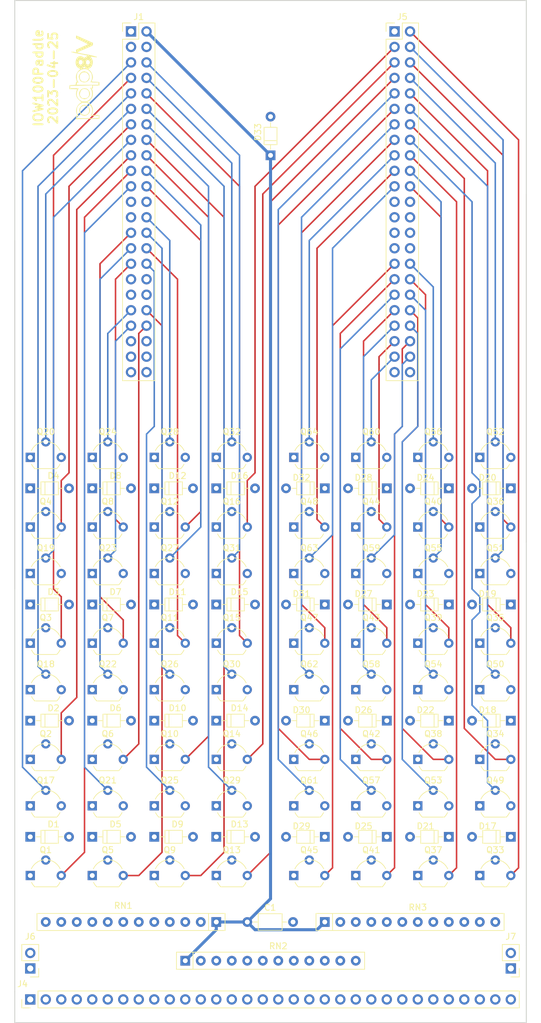
<source format=kicad_pcb>
(kicad_pcb (version 20221018) (generator pcbnew)
  (layers (0 "F.Cu" signal) (1 "In1.Cu" power) (2 "In2.Cu" power) (31 "B.Cu" signal) (34 "B.Paste" user) (35 "F.Paste" user) (36 "B.SilkS" user "B.Silkscreen") (37 "F.SilkS" user "F.Silkscreen") (38 "B.Mask" user) (39 "F.Mask" user) (44 "Edge.Cuts" user))
  (net 0 "")
  (net 1 "GND")
  (net 2 "/PIN01")
  (net 3 "/PIN02")
  (net 4 "/PIN03")
  (net 5 "/PIN04")
  (net 6 "/PIN05")
  (net 7 "/PIN06")
  (net 8 "/PIN07")
  (net 9 "/PIN08")
  (net 10 "/PIN09")
  (net 11 "/PIN10")
  (net 12 "/PIN11")
  (net 13 "/PIN12")
  (net 14 "/PIN13")
  (net 15 "/PIN14")
  (net 16 "/PIN15")
  (net 17 "/PIN16")
  (net 18 "/PIN32")
  (net 19 "/PIN31")
  (net 20 "/PIN30")
  (net 21 "/PIN29")
  (net 22 "/PIN28")
  (net 23 "/PIN27")
  (net 24 "/PIN26")
  (net 25 "/PIN25")
  (net 26 "/PIN24")
  (net 27 "/PIN23")
  (net 28 "/PIN22")
  (net 29 "/PIN21")
  (net 30 "/PIN20")
  (net 31 "/PIN19")
  (net 32 "/PIN18")
  (net 33 "/PIN17")
  (net 34 "/IN01")
  (net 35 "/IN16")
  (net 36 "/IN02")
  (net 37 "/IN15")
  (net 38 "/IN03")
  (net 39 "/IN14")
  (net 40 "/IN04")
  (net 41 "/IN13")
  (net 42 "/IN05")
  (net 43 "/IN12")
  (net 44 "/IN06")
  (net 45 "/IN11")
  (net 46 "/IN07")
  (net 47 "/IN10")
  (net 48 "/IN08")
  (net 49 "/IN09")
  (net 50 "/IN17")
  (net 51 "/IN32")
  (net 52 "/IN18")
  (net 53 "/IN31")
  (net 54 "/IN19")
  (net 55 "/IN30")
  (net 56 "/IN20")
  (net 57 "/IN29")
  (net 58 "/IN21")
  (net 59 "/IN28")
  (net 60 "/IN22")
  (net 61 "/IN27")
  (net 62 "/IN23")
  (net 63 "/IN26")
  (net 64 "/IN24")
  (net 65 "/IN25")
  (net 66 "/OUT01")
  (net 67 "/OUT02")
  (net 68 "/OUT03")
  (net 69 "/OUT04")
  (net 70 "/OUT05")
  (net 71 "/OUT06")
  (net 72 "/OUT07")
  (net 73 "/OUT08")
  (net 74 "/OUT09")
  (net 75 "/OUT10")
  (net 76 "/OUT11")
  (net 77 "/OUT12")
  (net 78 "/OUT13")
  (net 79 "/OUT14")
  (net 80 "/OUT15")
  (net 81 "/OUT16")
  (net 82 "/OUT32")
  (net 83 "/OUT31")
  (net 84 "/OUT30")
  (net 85 "/OUT29")
  (net 86 "/OUT28")
  (net 87 "/OUT27")
  (net 88 "/OUT26")
  (net 89 "/OUT25")
  (net 90 "/OUT24")
  (net 91 "/OUT23")
  (net 92 "/OUT22")
  (net 93 "/OUT21")
  (net 94 "/OUT20")
  (net 95 "/OUT19")
  (net 96 "/OUT18")
  (net 97 "/OUT17")
  (net 98 "+3V3")
  (net 99 "+5V")
  (net 100 "Net-(J1-Pad3)")
  (net 101 "Net-(J1-Pad23)")
  (net 102 "Net-(J1-Pad24)")
  (net 103 "Net-(J1-Pad33)")
  (net 104 "Net-(J1-Pad34)")
  (net 105 "Net-(J1-Pad35)")
  (net 106 "Net-(J1-Pad36)")
  (net 107 "Net-(J1-Pad41)")
  (net 108 "Net-(J1-Pad42)")
  (net 109 "Net-(J5-Pad1)")
  (net 110 "Net-(J5-Pad23)")
  (net 111 "Net-(J5-Pad24)")
  (net 112 "Net-(J5-Pad25)")
  (net 113 "Net-(J5-Pad26)")
  (net 114 "Net-(J5-Pad27)")
  (net 115 "Net-(J5-Pad28)")
  (net 116 "Net-(J5-Pad29)")
  (net 117 "Net-(J5-Pad30)")
  (net 118 "Net-(J1-Pad25)")
  (net 119 "Net-(J1-Pad43)")
  (net 120 "Net-(J1-Pad44)")
  (footprint "Pin_Headers:Pin_Header_Straight_1x32_Pitch2.54mm" (layer "F.Cu") (at 2.54 163.83 90)
    (fp_text reference "J4")
    (fp_text value "CONN_01X32")
  )
  (footprint "Pin_Headers:Pin_Header_Straight_1x02_Pitch2.54mm" (layer "F.Cu") (at 2.54 158.75 180)
    (fp_text reference "J6")
    (fp_text value "CONN_01X02")
  )
  (footprint "Pin_Headers:Pin_Header_Straight_1x02_Pitch2.54mm" (layer "F.Cu") (at 81.28 158.75 180)
    (fp_text reference "J7")
    (fp_text value "CONN_01X02")
  )
  (footprint "myfoots:D_DO-35_SOD27_P6.35mm_Horizontal" (layer "F.Cu") (at 2.54 137.16)
    (fp_text reference "D1")
    (fp_text value "9.1V")
  )
  (footprint "myfoots:D_DO-35_SOD27_P6.35mm_Horizontal" (layer "F.Cu") (at 2.54 118.11)
    (fp_text reference "D2")
    (fp_text value "9.1V")
  )
  (footprint "myfoots:D_DO-35_SOD27_P6.35mm_Horizontal" (layer "F.Cu") (at 2.54 99.06)
    (fp_text reference "D3")
    (fp_text value "9.1V")
  )
  (footprint "myfoots:D_DO-35_SOD27_P6.35mm_Horizontal" (layer "F.Cu") (at 2.54 80.01)
    (fp_text reference "D4")
    (fp_text value "9.1V")
  )
  (footprint "myfoots:D_DO-35_SOD27_P6.35mm_Horizontal" (layer "F.Cu") (at 12.7 137.16)
    (fp_text reference "D5")
    (fp_text value "9.1V")
  )
  (footprint "myfoots:D_DO-35_SOD27_P6.35mm_Horizontal" (layer "F.Cu") (at 12.7 118.11)
    (fp_text reference "D6")
    (fp_text value "9.1V")
  )
  (footprint "myfoots:D_DO-35_SOD27_P6.35mm_Horizontal" (layer "F.Cu") (at 12.7 99.06)
    (fp_text reference "D7")
    (fp_text value "9.1V")
  )
  (footprint "myfoots:D_DO-35_SOD27_P6.35mm_Horizontal" (layer "F.Cu") (at 12.7 80.01)
    (fp_text reference "D8")
    (fp_text value "9.1V")
  )
  (footprint "myfoots:D_DO-35_SOD27_P6.35mm_Horizontal" (layer "F.Cu") (at 22.86 137.16)
    (fp_text reference "D9")
    (fp_text value "9.1V")
  )
  (footprint "myfoots:D_DO-35_SOD27_P6.35mm_Horizontal" (layer "F.Cu") (at 22.86 118.11)
    (fp_text reference "D10")
    (fp_text value "9.1V")
  )
  (footprint "myfoots:D_DO-35_SOD27_P6.35mm_Horizontal" (layer "F.Cu") (at 22.86 99.06)
    (fp_text reference "D11")
    (fp_text value "9.1V")
  )
  (footprint "myfoots:D_DO-35_SOD27_P6.35mm_Horizontal" (layer "F.Cu") (at 22.86 80.01)
    (fp_text reference "D12")
    (fp_text value "9.1V")
  )
  (footprint "myfoots:D_DO-35_SOD27_P6.35mm_Horizontal" (layer "F.Cu") (at 33.02 137.16)
    (fp_text reference "D13")
    (fp_text value "9.1V")
  )
  (footprint "myfoots:D_DO-35_SOD27_P6.35mm_Horizontal" (layer "F.Cu") (at 33.02 118.11)
    (fp_text reference "D14")
    (fp_text value "9.1V")
  )
  (footprint "myfoots:D_DO-35_SOD27_P6.35mm_Horizontal" (layer "F.Cu") (at 33.02 99.06)
    (fp_text reference "D15")
    (fp_text value "9.1V")
  )
  (footprint "myfoots:D_DO-35_SOD27_P6.35mm_Horizontal" (layer "F.Cu") (at 33.02 80.01)
    (fp_text reference "D16")
    (fp_text value "9.1V")
  )
  (footprint "myfoots:D_DO-35_SOD27_P6.35mm_Horizontal" (layer "F.Cu") (at 81.28 137.16 180)
    (fp_text reference "D17")
    (fp_text value "9.1V")
  )
  (footprint "myfoots:D_DO-35_SOD27_P6.35mm_Horizontal" (layer "F.Cu") (at 81.28 118.11 180)
    (fp_text reference "D18")
    (fp_text value "9.1V")
  )
  (footprint "myfoots:D_DO-35_SOD27_P6.35mm_Horizontal" (layer "F.Cu") (at 81.28 99.06 180)
    (fp_text reference "D19")
    (fp_text value "9.1V")
  )
  (footprint "myfoots:D_DO-35_SOD27_P6.35mm_Horizontal" (layer "F.Cu") (at 81.28 80.01 180)
    (fp_text reference "D20")
    (fp_text value "9.1V")
  )
  (footprint "myfoots:D_DO-35_SOD27_P6.35mm_Horizontal" (layer "F.Cu") (at 71.12 137.16 180)
    (fp_text reference "D21")
    (fp_text value "9.1V")
  )
  (footprint "myfoots:D_DO-35_SOD27_P6.35mm_Horizontal" (layer "F.Cu") (at 71.12 118.11 180)
    (fp_text reference "D22")
    (fp_text value "9.1V")
  )
  (footprint "myfoots:D_DO-35_SOD27_P6.35mm_Horizontal" (layer "F.Cu") (at 71.12 99.06 180)
    (fp_text reference "D23")
    (fp_text value "9.1V")
  )
  (footprint "myfoots:D_DO-35_SOD27_P6.35mm_Horizontal" (layer "F.Cu") (at 71.12 80.01 180)
    (fp_text reference "D24")
    (fp_text value "9.1V")
  )
  (footprint "myfoots:D_DO-35_SOD27_P6.35mm_Horizontal" (layer "F.Cu") (at 60.96 137.16 180)
    (fp_text reference "D25")
    (fp_text value "9.1V")
  )
  (footprint "myfoots:D_DO-35_SOD27_P6.35mm_Horizontal" (layer "F.Cu") (at 60.96 118.11 180)
    (fp_text reference "D26")
    (fp_text value "9.1V")
  )
  (footprint "myfoots:D_DO-35_SOD27_P6.35mm_Horizontal" (layer "F.Cu") (at 60.96 99.06 180)
    (fp_text reference "D27")
    (fp_text value "9.1V")
  )
  (footprint "myfoots:D_DO-35_SOD27_P6.35mm_Horizontal" (layer "F.Cu") (at 60.96 80.01 180)
    (fp_text reference "D28")
    (fp_text value "9.1V")
  )
  (footprint "myfoots:D_DO-35_SOD27_P6.35mm_Horizontal" (layer "F.Cu") (at 50.8 137.16 180)
    (fp_text reference "D29")
    (fp_text value "9.1V")
  )
  (footprint "myfoots:D_DO-35_SOD27_P6.35mm_Horizontal" (layer "F.Cu") (at 50.8 118.11 180)
    (fp_text reference "D30")
    (fp_text value "9.1V")
  )
  (footprint "myfoots:D_DO-35_SOD27_P6.35mm_Horizontal" (layer "F.Cu") (at 50.8 99.06 180)
    (fp_text reference "D31")
    (fp_text value "9.1V")
  )
  (footprint "myfoots:D_DO-35_SOD27_P6.35mm_Horizontal" (layer "F.Cu") (at 50.8 80.01 180)
    (fp_text reference "D32")
    (fp_text value "9.1V")
  )
  (footprint "TO_SOT_Packages_THT:TO-92_Molded_Wide" (layer "F.Cu") (at 2.54 143.51)
    (fp_text reference "Q1")
    (fp_text value "2N7000")
  )
  (footprint "TO_SOT_Packages_THT:TO-92_Molded_Wide" (layer "F.Cu") (at 2.54 124.46)
    (fp_text reference "Q2")
    (fp_text value "2N7000")
  )
  (footprint "TO_SOT_Packages_THT:TO-92_Molded_Wide" (layer "F.Cu") (at 2.54 105.41)
    (fp_text reference "Q3")
    (fp_text value "2N7000")
  )
  (footprint "TO_SOT_Packages_THT:TO-92_Molded_Wide" (layer "F.Cu") (at 2.54 86.36)
    (fp_text reference "Q4")
    (fp_text value "2N7000")
  )
  (footprint "TO_SOT_Packages_THT:TO-92_Molded_Wide" (layer "F.Cu") (at 12.7 143.51)
    (fp_text reference "Q5")
    (fp_text value "2N7000")
  )
  (footprint "TO_SOT_Packages_THT:TO-92_Molded_Wide" (layer "F.Cu") (at 12.7 124.46)
    (fp_text reference "Q6")
    (fp_text value "2N7000")
  )
  (footprint "TO_SOT_Packages_THT:TO-92_Molded_Wide" (layer "F.Cu") (at 12.7 105.41)
    (fp_text reference "Q7")
    (fp_text value "2N7000")
  )
  (footprint "TO_SOT_Packages_THT:TO-92_Molded_Wide" (layer "F.Cu") (at 12.7 86.36)
    (fp_text reference "Q8")
    (fp_text value "2N7000")
  )
  (footprint "TO_SOT_Packages_THT:TO-92_Molded_Wide" (layer "F.Cu") (at 22.86 143.51)
    (fp_text reference "Q9")
    (fp_text value "2N7000")
  )
  (footprint "TO_SOT_Packages_THT:TO-92_Molded_Wide" (layer "F.Cu") (at 22.86 124.46)
    (fp_text reference "Q10")
    (fp_text value "2N7000")
  )
  (footprint "TO_SOT_Packages_THT:TO-92_Molded_Wide" (layer "F.Cu") (at 22.86 105.41)
    (fp_text reference "Q11")
    (fp_text value "2N7000")
  )
  (footprint "TO_SOT_Packages_THT:TO-92_Molded_Wide" (layer "F.Cu") (at 22.86 86.36)
    (fp_text reference "Q12")
    (fp_text value "2N7000")
  )
  (footprint "TO_SOT_Packages_THT:TO-92_Molded_Wide" (layer "F.Cu") (at 33.02 143.51)
    (fp_text reference "Q13")
    (fp_text value "2N7000")
  )
  (footprint "TO_SOT_Packages_THT:TO-92_Molded_Wide" (layer "F.Cu") (at 33.02 124.46)
    (fp_text reference "Q14")
    (fp_text value "2N7000")
  )
  (footprint "TO_SOT_Packages_THT:TO-92_Molded_Wide" (layer "F.Cu") (at 33.02 105.41)
    (fp_text reference "Q15")
    (fp_text value "2N7000")
  )
  (footprint "TO_SOT_Packages_THT:TO-92_Molded_Wide" (layer "F.Cu") (at 33.02 86.36)
    (fp_text reference "Q16")
    (fp_text value "2N7000")
  )
  (footprint "TO_SOT_Packages_THT:TO-92_Molded_Wide" (layer "F.Cu") (at 2.54 132.08)
    (fp_text reference "Q17")
    (fp_text value "2N3904")
  )
  (footprint "TO_SOT_Packages_THT:TO-92_Molded_Wide" (layer "F.Cu") (at 2.54 113.03)
    (fp_text reference "Q18")
    (fp_text value "2N3904")
  )
  (footprint "TO_SOT_Packages_THT:TO-92_Molded_Wide" (layer "F.Cu") (at 2.54 93.98)
    (fp_text reference "Q19")
    (fp_text value "2N3904")
  )
  (footprint "TO_SOT_Packages_THT:TO-92_Molded_Wide" (layer "F.Cu") (at 2.54 74.93)
    (fp_text reference "Q20")
    (fp_text value "2N3904")
  )
  (footprint "TO_SOT_Packages_THT:TO-92_Molded_Wide" (layer "F.Cu") (at 12.7 132.08)
    (fp_text reference "Q21")
    (fp_text value "2N3904")
  )
  (footprint "TO_SOT_Packages_THT:TO-92_Molded_Wide" (layer "F.Cu") (at 12.7 113.03)
    (fp_text reference "Q22")
    (fp_text value "2N3904")
  )
  (footprint "TO_SOT_Packages_THT:TO-92_Molded_Wide" (layer "F.Cu") (at 12.7 93.98)
    (fp_text reference "Q23")
    (fp_text value "2N3904")
  )
  (footprint "TO_SOT_Packages_THT:TO-92_Molded_Wide" (layer "F.Cu") (at 12.7 74.93)
    (fp_text reference "Q24")
    (fp_text value "2N3904")
  )
  (footprint "TO_SOT_Packages_THT:TO-92_Molded_Wide" (layer "F.Cu") (at 22.86 132.08)
    (fp_text reference "Q25")
    (fp_text value "2N3904")
  )
  (footprint "TO_SOT_Packages_THT:TO-92_Molded_Wide" (layer "F.Cu") (at 22.86 113.03)
    (fp_text reference "Q26")
    (fp_text value "2N3904")
  )
  (footprint "TO_SOT_Packages_THT:TO-92_Molded_Wide" (layer "F.Cu") (at 22.86 93.98)
    (fp_text reference "Q27")
    (fp_text value "2N3904")
  )
  (footprint "TO_SOT_Packages_THT:TO-92_Molded_Wide" (layer "F.Cu") (at 22.86 74.93)
    (fp_text reference "Q28")
    (fp_text value "2N3904")
  )
  (footprint "TO_SOT_Packages_THT:TO-92_Molded_Wide" (layer "F.Cu") (at 33.02 132.08)
    (fp_text reference "Q29")
    (fp_text value "2N3904")
  )
  (footprint "TO_SOT_Packages_THT:TO-92_Molded_Wide" (layer "F.Cu") (at 33.02 113.03)
    (fp_text reference "Q30")
    (fp_text value "2N3904")
  )
  (footprint "TO_SOT_Packages_THT:TO-92_Molded_Wide" (layer "F.Cu") (at 33.02 93.98)
    (fp_text reference "Q31")
    (fp_text value "2N3904")
  )
  (footprint "TO_SOT_Packages_THT:TO-92_Molded_Wide" (layer "F.Cu") (at 33.02 74.93)
    (fp_text reference "Q32")
    (fp_text value "2N3904")
  )
  (footprint "TO_SOT_Packages_THT:TO-92_Molded_Wide" (layer "F.Cu") (at 76.2 143.51)
    (fp_text reference "Q33")
    (fp_text value "2N7000")
  )
  (footprint "TO_SOT_Packages_THT:TO-92_Molded_Wide" (layer "F.Cu") (at 76.2 124.46)
    (fp_text reference "Q34")
    (fp_text value "2N7000")
  )
  (footprint "TO_SOT_Packages_THT:TO-92_Molded_Wide" (layer "F.Cu") (at 76.2 105.41)
    (fp_text reference "Q35")
    (fp_text value "2N7000")
  )
  (footprint "TO_SOT_Packages_THT:TO-92_Molded_Wide" (layer "F.Cu") (at 76.2 86.36)
    (fp_text reference "Q36")
    (fp_text value "2N7000")
  )
  (footprint "TO_SOT_Packages_THT:TO-92_Molded_Wide" (layer "F.Cu") (at 66.04 143.51)
    (fp_text reference "Q37")
    (fp_text value "2N7000")
  )
  (footprint "TO_SOT_Packages_THT:TO-92_Molded_Wide" (layer "F.Cu") (at 66.04 124.46)
    (fp_text reference "Q38")
    (fp_text value "2N7000")
  )
  (footprint "TO_SOT_Packages_THT:TO-92_Molded_Wide" (layer "F.Cu") (at 66.04 105.41)
    (fp_text reference "Q39")
    (fp_text value "2N7000")
  )
  (footprint "TO_SOT_Packages_THT:TO-92_Molded_Wide" (layer "F.Cu") (at 66.04 86.36)
    (fp_text reference "Q40")
    (fp_text value "2N7000")
  )
  (footprint "TO_SOT_Packages_THT:TO-92_Molded_Wide" (layer "F.Cu") (at 55.88 143.51)
    (fp_text reference "Q41")
    (fp_text value "2N7000")
  )
  (footprint "TO_SOT_Packages_THT:TO-92_Molded_Wide" (layer "F.Cu") (at 55.88 124.46)
    (fp_text reference "Q42")
    (fp_text value "2N7000")
  )
  (footprint "TO_SOT_Packages_THT:TO-92_Molded_Wide" (layer "F.Cu") (at 55.88 105.41)
    (fp_text reference "Q43")
    (fp_text value "2N7000")
  )
  (footprint "TO_SOT_Packages_THT:TO-92_Molded_Wide" (layer "F.Cu") (at 55.88 86.36)
    (fp_text reference "Q44")
    (fp_text value "2N7000")
  )
  (footprint "TO_SOT_Packages_THT:TO-92_Molded_Wide" (layer "F.Cu") (at 45.72 143.51)
    (fp_text reference "Q45")
    (fp_text value "2N7000")
  )
  (footprint "TO_SOT_Packages_THT:TO-92_Molded_Wide" (layer "F.Cu") (at 45.72 124.46)
    (fp_text reference "Q46")
    (fp_text value "2N7000")
  )
  (footprint "TO_SOT_Packages_THT:TO-92_Molded_Wide" (layer "F.Cu") (at 45.72 105.41)
    (fp_text reference "Q47")
    (fp_text value "2N7000")
  )
  (footprint "TO_SOT_Packages_THT:TO-92_Molded_Wide" (layer "F.Cu") (at 45.72 86.36)
    (fp_text reference "Q48")
    (fp_text value "2N7000")
  )
  (footprint "TO_SOT_Packages_THT:TO-92_Molded_Wide" (layer "F.Cu") (at 76.2 132.08)
    (fp_text reference "Q49")
    (fp_text value "2N3904")
  )
  (footprint "TO_SOT_Packages_THT:TO-92_Molded_Wide" (layer "F.Cu") (at 76.2 113.03)
    (fp_text reference "Q50")
    (fp_text value "2N3904")
  )
  (footprint "TO_SOT_Packages_THT:TO-92_Molded_Wide" (layer "F.Cu") (at 76.2 93.98)
    (fp_text reference "Q51")
    (fp_text value "2N3904")
  )
  (footprint "TO_SOT_Packages_THT:TO-92_Molded_Wide" (layer "F.Cu") (at 76.2 74.93)
    (fp_text reference "Q52")
    (fp_text value "2N3904")
  )
  (footprint "TO_SOT_Packages_THT:TO-92_Molded_Wide" (layer "F.Cu") (at 66.04 132.08)
    (fp_text reference "Q53")
    (fp_text value "2N3904")
  )
  (footprint "TO_SOT_Packages_THT:TO-92_Molded_Wide" (layer "F.Cu") (at 66.04 113.03)
    (fp_text reference "Q54")
    (fp_text value "2N3904")
  )
  (footprint "TO_SOT_Packages_THT:TO-92_Molded_Wide" (layer "F.Cu") (at 66.04 93.98)
    (fp_text reference "Q55")
    (fp_text value "2N3904")
  )
  (footprint "TO_SOT_Packages_THT:TO-92_Molded_Wide" (layer "F.Cu") (at 66.04 74.93)
    (fp_text reference "Q56")
    (fp_text value "2N3904")
  )
  (footprint "TO_SOT_Packages_THT:TO-92_Molded_Wide" (layer "F.Cu") (at 55.88 132.08)
    (fp_text reference "Q57")
    (fp_text value "2N3904")
  )
  (footprint "TO_SOT_Packages_THT:TO-92_Molded_Wide" (layer "F.Cu") (at 55.88 113.03)
    (fp_text reference "Q58")
    (fp_text value "2N3904")
  )
  (footprint "TO_SOT_Packages_THT:TO-92_Molded_Wide" (layer "F.Cu") (at 55.88 93.98)
    (fp_text reference "Q59")
    (fp_text value "2N3904")
  )
  (footprint "TO_SOT_Packages_THT:TO-92_Molded_Wide" (layer "F.Cu") (at 55.88 74.93)
    (fp_text reference "Q60")
    (fp_text value "2N3904")
  )
  (footprint "TO_SOT_Packages_THT:TO-92_Molded_Wide" (layer "F.Cu") (at 45.72 132.08)
    (fp_text reference "Q61")
    (fp_text value "2N3904")
  )
  (footprint "TO_SOT_Packages_THT:TO-92_Molded_Wide" (layer "F.Cu") (at 45.72 113.03)
    (fp_text reference "Q62")
    (fp_text value "2N3904")
  )
  (footprint "TO_SOT_Packages_THT:TO-92_Molded_Wide" (layer "F.Cu") (at 45.72 93.98)
    (fp_text reference "Q63")
    (fp_text value "2N3904")
  )
  (footprint "TO_SOT_Packages_THT:TO-92_Molded_Wide" (layer "F.Cu") (at 45.72 74.93)
    (fp_text reference "Q64")
    (fp_text value "2N3904")
  )
  (footprint "Resistors_THT:R_Array_SIP12" (layer "F.Cu") (at 33.02 151.13 180)
    (fp_text reference "RN1")
    (fp_text value "100Kx11")
  )
  (footprint "Resistors_THT:R_Array_SIP12" (layer "F.Cu") (at 27.94 157.48)
    (fp_text reference "RN2")
    (fp_text value "100Kx11")
  )
  (footprint "Resistors_THT:R_Array_SIP12" (layer "F.Cu") (at 50.8 151.13)
    (fp_text reference "RN3")
    (fp_text value "100Kx11")
  )
  (footprint "Pin_Headers:Pin_Header_Straight_2x23_Pitch2.54mm" (layer "F.Cu") (at 19.05 5.08)
    (fp_text reference "J1")
    (fp_text value "CONN_02X23")
  )
  (footprint "Pin_Headers:Pin_Header_Straight_2x23_Pitch2.54mm" (layer "F.Cu") (at 62.23 5.08)
    (fp_text reference "J5")
    (fp_text value "CONN_02X23")
  )
  (footprint "Capacitors_THT:C_Axial_L3.8mm_D2.6mm_P7.50mm_Horizontal" (layer "F.Cu") (at 38.1 151.13)
    (fp_text reference "C1")
    (fp_text value "0.1u")
  )
  (footprint "myfoots:D_DO-35_SOD27_P6.35mm_Horizontal" (layer "F.Cu") (at 41.91 25.4 90)
    (fp_text reference "D33")
    (fp_text value "5.6V")
  )
  (footprint "LOGO" (layer "F.Cu") (at 11.43 12.7 90)
    (fp_text reference "G***" hide)
    (fp_text value "LOGO" hide)
  )
  (gr_line (start 83.82 162.56) (end 83.82 167.64) (stroke (width 0.15)) (layer "Edge.Cuts"))
  (gr_line (start 0 162.56) (end 0 167.64) (stroke (width 0.15)) (layer "Edge.Cuts"))
  (gr_line (start 83.82 31.75) (end 83.82 154.94) (stroke (width 0.15)) (layer "Edge.Cuts"))
  (gr_line (start 83.82 88.9) (end 83.82 0) (stroke (width 0.15)) (layer "Edge.Cuts"))
  (gr_line (start 0 39.37) (end 0 162.56) (stroke (width 0.15)) (layer "Edge.Cuts"))
  (gr_line (start 0 0) (end 83.82 0) (stroke (width 0.15)) (layer "Edge.Cuts"))
  (gr_line (start 83.82 154.94) (end 83.82 162.56) (stroke (width 0.15)) (layer "Edge.Cuts"))
  (gr_line (start 83.82 167.64) (end 0 167.64) (stroke (width 0.15)) (layer "Edge.Cuts"))
  (gr_line (start 0 96.52) (end 0 0) (stroke (width 0.15)) (layer "Edge.Cuts"))
  (gr_text "IOW100Paddle\n2023-04-25" (at 5.08 12.7 90) (layer "F.SilkS") (effects (font (size 1.5 1.5) (thickness 0.3))))
  (segment (start 11.43 139.7) (end 11.43 35.56) (width 0.25) (layer "F.Cu") (net 34))
  (segment (start 11.43 35.56) (end 19.05 27.94) (width 0.25) (layer "F.Cu") (net 34))
  (segment (start 7.62 143.51) (end 11.43 139.7) (width 0.25) (layer "F.Cu") (net 34))
  (segment (start 38.1 78.74) (end 39.37 77.47) (width 0.25) (layer "F.Cu") (net 35))
  (segment (start 39.37 77.47) (end 39.37 30.48) (width 0.25) (layer "F.Cu") (net 35))
  (segment (start 39.37 30.48) (end 62.23 7.62) (width 0.25) (layer "F.Cu") (net 35))
  (segment (start 38.1 86.36) (end 38.1 78.74) (width 0.25) (layer "F.Cu") (net 35))
  (segment (start 7.62 116.84) (end 10.16 114.3) (width 0.25) (layer "F.Cu") (net 36))
  (segment (start 10.16 114.3) (end 10.16 34.29) (width 0.25) (layer "F.Cu") (net 36))
  (segment (start 10.16 34.29) (end 19.05 25.4) (width 0.25) (layer "F.Cu") (net 36))
  (segment (start 7.62 124.46) (end 7.62 116.84) (width 0.25) (layer "F.Cu") (net 36))
  (segment (start 36.83 30.48) (end 36.83 104.14) (width 0.25) (layer "F.Cu") (net 37))
  (segment (start 36.83 104.14) (end 38.1 105.41) (width 0.25) (layer "F.Cu") (net 37))
  (segment (start 21.59 15.24) (end 36.83 30.48) (width 0.25) (layer "F.Cu") (net 37))
  (segment (start 8.89 22.86) (end 19.05 12.7) (width 0.25) (layer "F.Cu") (net 38))
  (segment (start 6.35 96.52) (end 6.35 25.4) (width 0.25) (layer "F.Cu") (net 38))
  (segment (start 6.35 25.4) (end 8.89 22.86) (width 0.25) (layer "F.Cu") (net 38))
  (segment (start 7.62 105.41) (end 7.62 97.79) (width 0.25) (layer "F.Cu") (net 38))
  (segment (start 7.62 97.79) (end 6.35 96.52) (width 0.25) (layer "F.Cu") (net 38))
  (segment (start 40.64 121.92) (end 40.64 31.75) (width 0.25) (layer "F.Cu") (net 39))
  (segment (start 40.64 31.75) (end 62.23 10.16) (width 0.25) (layer "F.Cu") (net 39))
  (segment (start 38.1 124.46) (end 40.64 121.92) (width 0.25) (layer "F.Cu") (net 39))
  (segment (start 7.62 78.74) (end 8.89 77.47) (width 0.25) (layer "F.Cu") (net 40))
  (segment (start 8.89 77.47) (end 8.89 30.48) (width 0.25) (layer "F.Cu") (net 40))
  (segment (start 8.89 30.48) (end 19.05 20.32) (width 0.25) (layer "F.Cu") (net 40))
  (segment (start 7.62 86.36) (end 7.62 78.74) (width 0.25) (layer "F.Cu") (net 40))
  (segment (start 41.91 139.7) (end 41.91 33.02) (width 0.25) (layer "F.Cu") (net 41))
  (segment (start 41.91 33.02) (end 62.23 12.7) (width 0.25) (layer "F.Cu") (net 41))
  (segment (start 38.1 143.51) (end 41.91 139.7) (width 0.25) (layer "F.Cu") (net 41))
  (segment (start 24.13 55.88) (end 24.13 139.7) (width 0.25) (layer "F.Cu") (net 42))
  (segment (start 24.13 139.7) (end 20.32 143.51) (width 0.25) (layer "F.Cu") (net 42))
  (segment (start 20.32 143.51) (end 17.78 143.51) (width 0.25) (layer "F.Cu") (net 42))
  (segment (start 24.13 53.34) (end 24.13 55.88) (width 0.25) (layer "F.Cu") (net 42))
  (segment (start 21.59 50.8) (end 24.13 53.34) (width 0.25) (layer "F.Cu") (net 42))
  (segment (start 30.48 39.37) (end 30.48 83.82) (width 0.25) (layer "F.Cu") (net 43))
  (segment (start 30.48 83.82) (end 27.94 86.36) (width 0.25) (layer "F.Cu") (net 43))
  (segment (start 21.59 30.48) (end 30.48 39.37) (width 0.25) (layer "F.Cu") (net 43))
  (segment (start 20.32 97.79) (end 20.32 100.33) (width 0.25) (layer "F.Cu") (net 44))
  (segment (start 20.32 100.33) (end 20.32 121.92) (width 0.25) (layer "F.Cu") (net 44))
  (segment (start 20.32 121.92) (end 17.78 124.46) (width 0.25) (layer "F.Cu") (net 44))
  (segment (start 20.32 54.61) (end 20.32 72.39) (width 0.25) (layer "F.Cu") (net 44))
  (segment (start 20.32 97.79) (end 20.32 72.39) (width 0.25) (layer "F.Cu") (net 44))
  (segment (start 21.59 53.34) (end 20.32 54.61) (width 0.25) (layer "F.Cu") (net 44))
  (segment (start 26.67 48.26) (end 26.67 104.14) (width 0.25) (layer "F.Cu") (net 45))
  (segment (start 26.67 104.14) (end 27.94 105.41) (width 0.25) (layer "F.Cu") (net 45))
  (segment (start 26.67 45.72) (end 26.67 48.26) (width 0.25) (layer "F.Cu") (net 45))
  (segment (start 21.59 40.64) (end 26.67 45.72) (width 0.25) (layer "F.Cu") (net 45))
  (segment (start 13.97 97.79) (end 17.78 101.6) (width 0.25) (layer "F.Cu") (net 46))
  (segment (start 17.78 101.6) (end 17.78 105.41) (width 0.25) (layer "F.Cu") (net 46))
  (segment (start 13.97 43.18) (end 13.97 97.79) (width 0.25) (layer "F.Cu") (net 46))
  (segment (start 19.05 38.1) (end 13.97 43.18) (width 0.25) (layer "F.Cu") (net 46))
  (segment (start 31.75 35.56) (end 31.75 120.65) (width 0.25) (layer "F.Cu") (net 47))
  (segment (start 31.75 120.65) (end 27.94 124.46) (width 0.25) (layer "F.Cu") (net 47))
  (segment (start 21.59 25.4) (end 31.75 35.56) (width 0.25) (layer "F.Cu") (net 47))
  (segment (start 16.51 85.09) (end 17.78 86.36) (width 0.25) (layer "F.Cu") (net 48))
  (segment (start 16.51 45.72) (end 16.51 85.09) (width 0.25) (layer "F.Cu") (net 48))
  (segment (start 19.05 43.18) (end 16.51 45.72) (width 0.25) (layer "F.Cu") (net 48))
  (segment (start 34.29 35.56) (end 34.29 139.7) (width 0.25) (layer "F.Cu") (net 49))
  (segment (start 34.29 139.7) (end 30.48 143.51) (width 0.25) (layer "F.Cu") (net 49))
  (segment (start 30.48 143.51) (end 27.94 143.51) (width 0.25) (layer "F.Cu") (net 49))
  (segment (start 21.59 22.86) (end 34.29 35.56) (width 0.25) (layer "F.Cu") (net 49))
  (segment (start 49.53 40.64) (end 49.53 85.09) (width 0.25) (layer "F.Cu") (net 50))
  (segment (start 49.53 85.09) (end 50.8 86.36) (width 0.25) (layer "F.Cu") (net 50))
  (segment (start 62.23 27.94) (end 49.53 40.64) (width 0.25) (layer "F.Cu") (net 50))
  (segment (start 82.55 142.24) (end 82.55 22.86) (width 0.25) (layer "F.Cu") (net 51))
  (segment (start 82.55 22.86) (end 64.77 5.08) (width 0.25) (layer "F.Cu") (net 51))
  (segment (start 81.28 143.51) (end 82.55 142.24) (width 0.25) (layer "F.Cu") (net 51))
  (segment (start 46.99 38.1) (end 46.99 99.06) (width 0.25) (layer "F.Cu") (net 52))
  (segment (start 46.99 99.06) (end 50.8 102.87) (width 0.25) (layer "F.Cu") (net 52))
  (segment (start 50.8 102.87) (end 50.8 105.41) (width 0.25) (layer "F.Cu") (net 52))
  (segment (start 62.23 22.86) (end 46.99 38.1) (width 0.25) (layer "F.Cu") (net 52))
  (segment (start 73.66 119.38) (end 78.74 124.46) (width 0.25) (layer "F.Cu") (net 53))
  (segment (start 78.74 124.46) (end 81.28 124.46) (width 0.25) (layer "F.Cu") (net 53))
  (segment (start 64.77 20.32) (end 73.66 29.21) (width 0.25) (layer "F.Cu") (net 53))
  (segment (start 73.66 29.21) (end 73.66 119.38) (width 0.25) (layer "F.Cu") (net 53))
  (segment (start 44.45 35.56) (end 43.18 36.83) (width 0.25) (layer "F.Cu") (net 54))
  (segment (start 43.18 36.83) (end 43.18 119.38) (width 0.25) (layer "F.Cu") (net 54))
  (segment (start 43.18 119.38) (end 48.26 124.46) (width 0.25) (layer "F.Cu") (net 54))
  (segment (start 48.26 124.46) (end 50.8 124.46) (width 0.25) (layer "F.Cu") (net 54))
  (segment (start 62.23 17.78) (end 44.45 35.56) (width 0.25) (layer "F.Cu") (net 54))
  (segment (start 77.47 27.94) (end 77.47 99.06) (width 0.25) (layer "F.Cu") (net 55))
  (segment (start 77.47 99.06) (end 81.28 102.87) (width 0.25) (layer "F.Cu") (net 55))
  (segment (start 81.28 102.87) (end 81.28 105.41) (width 0.25) (layer "F.Cu") (net 55))
  (segment (start 64.77 15.24) (end 77.47 27.94) (width 0.25) (layer "F.Cu") (net 55))
  (segment (start 52.07 142.24) (end 52.07 53.34) (width 0.25) (layer "F.Cu") (net 56))
  (segment (start 52.07 53.34) (end 62.23 43.18) (width 0.25) (layer "F.Cu") (net 56))
  (segment (start 50.8 143.51) (end 52.07 142.24) (width 0.25) (layer "F.Cu") (net 56))
  (segment (start 80.01 25.4) (end 80.01 85.09) (width 0.25) (layer "F.Cu") (net 57))
  (segment (start 80.01 85.09) (end 81.28 86.36) (width 0.25) (layer "F.Cu") (net 57))
  (segment (start 64.77 10.16) (end 80.01 25.4) (width 0.25) (layer "F.Cu") (net 57))
  (segment (start 59.69 85.09) (end 59.69 59.69) (width 0.25) (layer "F.Cu") (net 58))
  (segment (start 59.69 58.42) (end 62.23 55.88) (width 0.25) (layer "F.Cu") (net 58))
  (segment (start 60.96 86.36) (end 59.69 85.09) (width 0.25) (layer "F.Cu") (net 58))
  (segment (start 59.69 59.69) (end 59.69 58.42) (width 0.25) (layer "F.Cu") (net 58))
  (segment (start 72.39 33.02) (end 72.39 142.24) (width 0.25) (layer "F.Cu") (net 59))
  (segment (start 72.39 142.24) (end 71.12 143.51) (width 0.25) (layer "F.Cu") (net 59))
  (segment (start 64.77 25.4) (end 72.39 33.02) (width 0.25) (layer "F.Cu") (net 59))
  (segment (start 60.96 102.87) (end 57.15 99.06) (width 0.25) (layer "F.Cu") (net 60))
  (segment (start 57.15 99.06) (end 57.15 60.96) (width 0.25) (layer "F.Cu") (net 60))
  (segment (start 57.15 55.88) (end 62.23 50.8) (width 0.25) (layer "F.Cu") (net 60))
  (segment (start 57.15 60.96) (end 57.15 55.88) (width 0.25) (layer "F.Cu") (net 60))
  (segment (start 60.96 105.41) (end 60.96 102.87) (width 0.25) (layer "F.Cu") (net 60))
  (segment (start 66.04 52.07) (end 66.04 62.23) (width 0.25) (layer "F.Cu") (net 61))
  (segment (start 66.04 62.23) (end 66.04 68.58) (width 0.25) (layer "F.Cu") (net 61))
  (segment (start 63.5 119.38) (end 68.58 124.46) (width 0.25) (layer "F.Cu") (net 61))
  (segment (start 68.58 124.46) (end 71.12 124.46) (width 0.25) (layer "F.Cu") (net 61))
  (segment (start 63.5 72.39) (end 63.5 119.38) (width 0.25) (layer "F.Cu") (net 61))
  (segment (start 66.04 69.85) (end 66.04 68.58) (width 0.25) (layer "F.Cu") (net 61))
  (segment (start 63.5 72.39) (end 66.04 69.85) (width 0.25) (layer "F.Cu") (net 61))
  (segment (start 64.77 50.8) (end 66.04 52.07) (width 0.25) (layer "F.Cu") (net 61))
  (segment (start 58.42 124.46) (end 53.34 119.38) (width 0.25) (layer "F.Cu") (net 62))
  (segment (start 53.34 119.38) (end 53.34 59.69) (width 0.25) (layer "F.Cu") (net 62))
  (segment (start 53.34 54.61) (end 62.23 45.72) (width 0.25) (layer "F.Cu") (net 62))
  (segment (start 53.34 59.69) (end 53.34 54.61) (width 0.25) (layer "F.Cu") (net 62))
  (segment (start 60.96 124.46) (end 58.42 124.46) (width 0.25) (layer "F.Cu") (net 62))
  (segment (start 67.31 48.26) (end 67.31 99.06) (width 0.25) (layer "F.Cu") (net 63))
  (segment (start 67.31 99.06) (end 71.12 102.87) (width 0.25) (layer "F.Cu") (net 63))
  (segment (start 71.12 102.87) (end 71.12 105.41) (width 0.25) (layer "F.Cu") (net 63))
  (segment (start 64.77 45.72) (end 67.31 48.26) (width 0.25) (layer "F.Cu") (net 63))
  (segment (start 63.5 57.15) (end 63.5 69.85) (width 0.25) (layer "F.Cu") (net 64))
  (segment (start 63.5 69.85) (end 62.23 71.12) (width 0.25) (layer "F.Cu") (net 64))
  (segment (start 62.23 71.12) (end 62.23 142.24) (width 0.25) (layer "F.Cu") (net 64))
  (segment (start 62.23 142.24) (end 60.96 143.51) (width 0.25) (layer "F.Cu") (net 64))
  (segment (start 64.77 55.88) (end 63.5 57.15) (width 0.25) (layer "F.Cu") (net 64))
  (segment (start 69.85 35.56) (end 69.85 85.09) (width 0.25) (layer "F.Cu") (net 65))
  (segment (start 69.85 85.09) (end 71.12 86.36) (width 0.25) (layer "F.Cu") (net 65))
  (segment (start 64.77 30.48) (end 69.85 35.56) (width 0.25) (layer "F.Cu") (net 65))
  (segment (start 1.27 27.94) (end 1.27 125.73) (width 0.25) (layer "B.Cu") (net 66))
  (segment (start 1.27 125.73) (end 5.08 129.54) (width 0.25) (layer "B.Cu") (net 66))
  (segment (start 19.05 10.16) (end 1.27 27.94) (width 0.25) (layer "B.Cu") (net 66))
  (segment (start 6.35 27.94) (end 19.05 15.24) (width 0.25) (layer "B.Cu") (net 67))
  (segment (start 3.81 109.22) (end 3.81 30.48) (width 0.25) (layer "B.Cu") (net 67))
  (segment (start 3.81 30.48) (end 6.35 27.94) (width 0.25) (layer "B.Cu") (net 67))
  (segment (start 5.08 110.49) (end 3.81 109.22) (width 0.25) (layer "B.Cu") (net 67))
  (segment (start 6.35 90.17) (end 6.35 35.56) (width 0.25) (layer "B.Cu") (net 68))
  (segment (start 6.35 35.56) (end 19.05 22.86) (width 0.25) (layer "B.Cu") (net 68))
  (segment (start 5.08 91.44) (end 6.35 90.17) (width 0.25) (layer "B.Cu") (net 68))
  (segment (start 5.08 31.75) (end 19.05 17.78) (width 0.25) (layer "B.Cu") (net 69))
  (segment (start 5.08 72.39) (end 5.08 31.75) (width 0.25) (layer "B.Cu") (net 69))
  (segment (start 11.43 125.73) (end 11.43 38.1) (width 0.25) (layer "B.Cu") (net 70))
  (segment (start 11.43 38.1) (end 19.05 30.48) (width 0.25) (layer "B.Cu") (net 70))
  (segment (start 15.24 129.54) (end 11.43 125.73) (width 0.25) (layer "B.Cu") (net 70))
  (segment (start 13.97 109.22) (end 15.24 110.49) (width 0.25) (layer "B.Cu") (net 71))
  (segment (start 13.97 45.72) (end 13.97 109.22) (width 0.25) (layer "B.Cu") (net 71))
  (segment (start 19.05 40.64) (end 13.97 45.72) (width 0.25) (layer "B.Cu") (net 71))
  (segment (start 16.51 90.17) (end 15.24 91.44) (width 0.25) (layer "B.Cu") (net 72))
  (segment (start 16.51 55.88) (end 16.51 90.17) (width 0.25) (layer "B.Cu") (net 72))
  (segment (start 19.05 53.34) (end 16.51 55.88) (width 0.25) (layer "B.Cu") (net 72))
  (segment (start 15.24 54.61) (end 15.24 72.39) (width 0.25) (layer "B.Cu") (net 73))
  (segment (start 19.05 50.8) (end 15.24 54.61) (width 0.25) (layer "B.Cu") (net 73))
  (segment (start 22.86 44.45) (end 22.86 62.23) (width 0.25) (layer "B.Cu") (net 74))
  (segment (start 22.86 69.85) (end 21.59 71.12) (width 0.25) (layer "B.Cu") (net 74))
  (segment (start 21.59 125.73) (end 25.4 129.54) (width 0.25) (layer "B.Cu") (net 74))
  (segment (start 21.59 43.18) (end 22.86 44.45) (width 0.25) (layer "B.Cu") (net 74))
  (segment (start 21.59 71.12) (end 21.59 125.73) (width 0.25) (layer "B.Cu") (net 74))
  (segment (start 22.86 62.23) (end 22.86 69.85) (width 0.25) (layer "B.Cu") (net 74))
  (segment (start 24.13 43.18) (end 24.13 109.22) (width 0.25) (layer "B.Cu") (net 75))
  (segment (start 24.13 109.22) (end 25.4 110.49) (width 0.25) (layer "B.Cu") (net 75))
  (segment (start 24.13 40.64) (end 24.13 43.18) (width 0.25) (layer "B.Cu") (net 75))
  (segment (start 21.59 38.1) (end 24.13 40.64) (width 0.25) (layer "B.Cu") (net 75))
  (segment (start 30.48 36.83) (end 30.48 86.36) (width 0.25) (layer "B.Cu") (net 76))
  (segment (start 30.48 86.36) (end 25.4 91.44) (width 0.25) (layer "B.Cu") (net 76))
  (segment (start 21.59 27.94) (end 30.48 36.83) (width 0.25) (layer "B.Cu") (net 76))
  (segment (start 25.4 39.37) (end 25.4 72.39) (width 0.25) (layer "B.Cu") (net 77))
  (segment (start 21.59 35.56) (end 25.4 39.37) (width 0.25) (layer "B.Cu") (net 77))
  (segment (start 31.75 30.48) (end 31.75 125.73) (width 0.25) (layer "B.Cu") (net 78))
  (segment (start 21.59 20.32) (end 31.75 30.48) (width 0.25) (layer "B.Cu") (net 78))
  (segment (start 31.75 125.73) (end 35.56 129.54) (width 0.25) (layer "B.Cu") (net 78))
  (segment (start 34.29 30.48) (end 34.29 109.22) (width 0.25) (layer "B.Cu") (net 79))
  (segment (start 34.29 109.22) (end 35.56 110.49) (width 0.25) (layer "B.Cu") (net 79))
  (segment (start 21.59 17.78) (end 34.29 30.48) (width 0.25) (layer "B.Cu") (net 79))
  (segment (start 36.83 25.4) (end 36.83 90.17) (width 0.25) (layer "B.Cu") (net 80))
  (segment (start 36.83 90.17) (end 35.56 91.44) (width 0.25) (layer "B.Cu") (net 80))
  (segment (start 21.59 10.16) (end 36.83 25.4) (width 0.25) (layer "B.Cu") (net 80))
  (segment (start 35.56 26.67) (end 35.56 72.39) (width 0.25) (layer "B.Cu") (net 81))
  (segment (start 21.59 12.7) (end 35.56 26.67) (width 0.25) (layer "B.Cu") (net 81))
  (segment (start 74.93 33.02) (end 74.93 77.47) (width 0.25) (layer "B.Cu") (net 82))
  (segment (start 74.93 77.47) (end 76.2 78.74) (width 0.25) (layer "B.Cu") (net 82))
  (segment (start 76.2 78.74) (end 76.2 81.28) (width 0.25) (layer "B.Cu") (net 82))
  (segment (start 76.2 81.28) (end 74.93 82.55) (width 0.25) (layer "B.Cu") (net 82))
  (segment (start 74.93 82.55) (end 74.93 96.52) (width 0.25) (layer "B.Cu") (net 82))
  (segment (start 74.93 96.52) (end 76.2 97.79) (width 0.25) (layer "B.Cu") (net 82))
  (segment (start 76.2 97.79) (end 76.2 100.33) (width 0.25) (layer "B.Cu") (net 82))
  (segment (start 76.2 100.33) (end 74.93 101.6) (width 0.25) (layer "B.Cu") (net 82))
  (segment (start 74.93 101.6) (end 74.93 115.57) (width 0.25) (layer "B.Cu") (net 82))
  (segment (start 74.93 115.57) (end 76.2 116.84) (width 0.25) (layer "B.Cu") (net 82))
  (segment (start 76.2 116.84) (end 77.47 118.11) (width 0.25) (layer "B.Cu") (net 82))
  (segment (start 77.47 118.11) (end 77.47 128.27) (width 0.25) (layer "B.Cu") (net 82))
  (segment (start 77.47 128.27) (end 78.74 129.54) (width 0.25) (layer "B.Cu") (net 82))
  (segment (start 64.77 22.86) (end 74.93 33.02) (width 0.25) (layer "B.Cu") (net 82))
  (segment (start 77.47 30.48) (end 77.47 109.22) (width 0.25) (layer "B.Cu") (net 83))
  (segment (start 77.47 109.22) (end 78.74 110.49) (width 0.25) (layer "B.Cu") (net 83))
  (segment (start 64.77 17.78) (end 77.47 30.48) (width 0.25) (layer "B.Cu") (net 83))
  (segment (start 80.01 90.17) (end 78.74 91.44) (width 0.25) (layer "B.Cu") (net 84))
  (segment (start 80.01 90.17) (end 80.01 22.86) (width 0.25) (layer "B.Cu") (net 84))
  (segment (start 64.77 7.62) (end 80.01 22.86) (width 0.25) (layer "B.Cu") (net 84))
  (segment (start 78.74 26.67) (end 78.74 72.39) (width 0.25) (layer "B.Cu") (net 85))
  (segment (start 64.77 12.7) (end 78.74 26.67) (width 0.25) (layer "B.Cu") (net 85))
  (segment (start 66.04 54.61) (end 66.04 69.85) (width 0.25) (layer "B.Cu") (net 86))
  (segment (start 66.04 69.85) (end 64.77 71.12) (width 0.25) (layer "B.Cu") (net 86))
  (segment (start 63.5 97.79) (end 63.5 124.46) (width 0.25) (layer "B.Cu") (net 86))
  (segment (start 63.5 124.46) (end 68.58 129.54) (width 0.25) (layer "B.Cu") (net 86))
  (segment (start 63.5 72.39) (end 64.77 71.12) (width 0.25) (layer "B.Cu") (net 86))
  (segment (start 64.77 53.34) (end 66.04 54.61) (width 0.25) (layer "B.Cu") (net 86))
  (segment (start 63.5 97.79) (end 63.5 72.39) (width 0.25) (layer "B.Cu") (net 86))
  (segment (start 67.31 50.8) (end 67.31 109.22) (width 0.25) (layer "B.Cu") (net 87))
  (segment (start 67.31 109.22) (end 68.58 110.49) (width 0.25) (layer "B.Cu") (net 87))
  (segment (start 64.77 48.26) (end 67.31 50.8) (width 0.25) (layer "B.Cu") (net 87))
  (segment (start 69.85 90.17) (end 68.58 91.44) (width 0.25) (layer "B.Cu") (net 88))
  (segment (start 69.85 90.17) (end 69.85 33.02) (width 0.25) (layer "B.Cu") (net 88))
  (segment (start 64.77 27.94) (end 69.85 33.02) (width 0.25) (layer "B.Cu") (net 88))
  (segment (start 68.58 46.99) (end 68.58 72.39) (width 0.25) (layer "B.Cu") (net 89))
  (segment (start 64.77 43.18) (end 68.58 46.99) (width 0.25) (layer "B.Cu") (net 89))
  (segment (start 57.15 128.27) (end 58.42 129.54) (width 0.25) (layer "B.Cu") (net 90))
  (segment (start 53.34 124.46) (end 53.34 57.15) (width 0.25) (layer "B.Cu") (net 90))
  (segment (start 53.34 57.15) (end 54.61 55.88) (width 0.25) (layer "B.Cu") (net 90))
  (segment (start 57.15 128.27) (end 53.34 124.46) (width 0.25) (layer "B.Cu") (net 90))
  (segment (start 62.23 48.26) (end 54.61 55.88) (width 0.25) (layer "B.Cu") (net 90))
  (segment (start 57.15 58.42) (end 57.15 109.22) (width 0.25) (layer "B.Cu") (net 91))
  (segment (start 57.15 109.22) (end 58.42 110.49) (width 0.25) (layer "B.Cu") (net 91))
  (segment (start 62.23 53.34) (end 57.15 58.42) (width 0.25) (layer "B.Cu") (net 91))
  (segment (start 63.5 59.69) (end 63.5 69.85) (width 0.25) (layer "B.Cu") (net 92))
  (segment (start 63.5 69.85) (end 62.23 71.12) (width 0.25) (layer "B.Cu") (net 92))
  (segment (start 62.23 71.12) (end 62.23 87.63) (width 0.25) (layer "B.Cu") (net 92))
  (segment (start 62.23 87.63) (end 58.42 91.44) (width 0.25) (layer "B.Cu") (net 92))
  (segment (start 64.77 58.42) (end 63.5 59.69) (width 0.25) (layer "B.Cu") (net 92))
  (segment (start 58.42 62.23) (end 58.42 72.39) (width 0.25) (layer "B.Cu") (net 93))
  (segment (start 62.23 58.42) (end 58.42 62.23) (width 0.25) (layer "B.Cu") (net 93))
  (segment (start 43.18 78.74) (end 43.18 124.46) (width 0.25) (layer "B.Cu") (net 94))
  (segment (start 43.18 124.46) (end 48.26 129.54) (width 0.25) (layer "B.Cu") (net 94))
  (segment (start 43.18 34.29) (end 44.45 33.02) (width 0.25) (layer "B.Cu") (net 94))
  (segment (start 43.18 78.74) (end 43.18 34.29) (width 0.25) (layer "B.Cu") (net 94))
  (segment (start 62.23 15.24) (end 44.45 33.02) (width 0.25) (layer "B.Cu") (net 94))
  (segment (start 46.99 35.56) (end 46.99 109.22) (width 0.25) (layer "B.Cu") (net 95))
  (segment (start 46.99 109.22) (end 48.26 110.49) (width 0.25) (layer "B.Cu") (net 95))
  (segment (start 62.23 20.32) (end 46.99 35.56) (width 0.25) (layer "B.Cu") (net 95))
  (segment (start 52.07 40.64) (end 52.07 87.63) (width 0.25) (layer "B.Cu") (net 96))
  (segment (start 52.07 87.63) (end 48.26 91.44) (width 0.25) (layer "B.Cu") (net 96))
  (segment (start 62.23 30.48) (end 52.07 40.64) (width 0.25) (layer "B.Cu") (net 96))
  (segment (start 48.26 39.37) (end 48.26 72.39) (width 0.25) (layer "B.Cu") (net 97))
  (segment (start 62.23 25.4) (end 48.26 39.37) (width 0.25) (layer "B.Cu") (net 97))
  (segment (start 33.02 152.4) (end 27.94 157.48) (width 0.5) (layer "B.Cu") (net 99))
  (segment (start 39.37 152.4) (end 49.53 152.4) (width 0.5) (layer "B.Cu") (net 99))
  (segment (start 49.53 152.4) (end 50.8 151.13) (width 0.5) (layer "B.Cu") (net 99))
  (segment (start 41.91 147.32) (end 41.91 25.4) (width 0.5) (layer "B.Cu") (net 99))
  (segment (start 41.91 25.4) (end 21.59 5.08) (width 0.5) (layer "B.Cu") (net 99))
  (segment (start 33.02 151.13) (end 33.02 152.4) (width 0.5) (layer "B.Cu") (net 99))
  (segment (start 38.1 151.13) (end 39.37 152.4) (width 0.5) (layer "B.Cu") (net 99))
  (segment (start 38.1 151.13) (end 33.02 151.13) (width 0.5) (layer "B.Cu") (net 99))
  (segment (start 38.1 151.13) (end 41.91 147.32) (width 0.5) (layer "B.Cu") (net 99))
)
</source>
